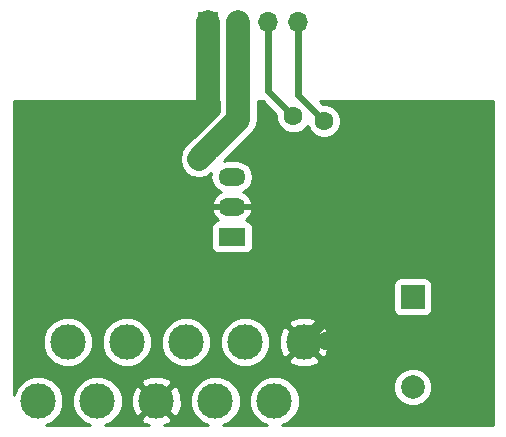
<source format=gbr>
%TF.GenerationSoftware,KiCad,Pcbnew,no-vcs-found-ad9916e~61~ubuntu16.04.1*%
%TF.CreationDate,2017-11-07T22:17:39+02:00*%
%TF.ProjectId,scanner,7363616E6E65722E6B696361645F7063,rev?*%
%TF.SameCoordinates,Original*%
%TF.FileFunction,Copper,L2,Bot,Signal*%
%TF.FilePolarity,Positive*%
%FSLAX46Y46*%
G04 Gerber Fmt 4.6, Leading zero omitted, Abs format (unit mm)*
G04 Created by KiCad (PCBNEW no-vcs-found-ad9916e~61~ubuntu16.04.1) date Tue Nov  7 22:17:39 2017*
%MOMM*%
%LPD*%
G01*
G04 APERTURE LIST*
%TA.AperFunction,ComponentPad*%
%ADD10C,2.000000*%
%TD*%
%TA.AperFunction,ComponentPad*%
%ADD11R,2.000000X2.000000*%
%TD*%
%TA.AperFunction,ComponentPad*%
%ADD12O,1.700000X1.700000*%
%TD*%
%TA.AperFunction,ComponentPad*%
%ADD13R,1.700000X1.700000*%
%TD*%
%TA.AperFunction,ComponentPad*%
%ADD14C,3.000000*%
%TD*%
%TA.AperFunction,ComponentPad*%
%ADD15O,2.300000X1.500000*%
%TD*%
%TA.AperFunction,ComponentPad*%
%ADD16R,2.300000X1.500000*%
%TD*%
%TA.AperFunction,ViaPad*%
%ADD17C,1.600000*%
%TD*%
%TA.AperFunction,Conductor*%
%ADD18C,2.000000*%
%TD*%
%TA.AperFunction,Conductor*%
%ADD19C,1.000000*%
%TD*%
%TA.AperFunction,Conductor*%
%ADD20C,0.600000*%
%TD*%
%TA.AperFunction,Conductor*%
%ADD21C,0.800000*%
%TD*%
%TA.AperFunction,Conductor*%
%ADD22C,0.254000*%
%TD*%
G04 APERTURE END LIST*
D10*
%TO.P,BZ1,2*%
%TO.N,Net-(BZ1-Pad2)*%
X112500000Y-141310000D03*
D11*
%TO.P,BZ1,1*%
%TO.N,VCC*%
X112500000Y-133690000D03*
%TD*%
D12*
%TO.P,J2,4*%
%TO.N,/RXD*%
X102810000Y-110400000D03*
%TO.P,J2,3*%
%TO.N,/TXD*%
X100270000Y-110400000D03*
%TO.P,J2,2*%
%TO.N,+3V3*%
X97730000Y-110400000D03*
D13*
%TO.P,J2,1*%
%TO.N,GND*%
X95190000Y-110400000D03*
%TD*%
D14*
%TO.P,J1,1*%
%TO.N,GND*%
X103300000Y-137500000D03*
%TO.P,J1,2*%
%TO.N,Net-(J1-Pad2)*%
X100800000Y-142500000D03*
%TO.P,J1,3*%
%TO.N,VCC*%
X98300000Y-137500000D03*
%TO.P,J1,4*%
X95800000Y-142500000D03*
%TO.P,J1,5*%
%TO.N,/SWITCH*%
X93300000Y-137500000D03*
%TO.P,J1,6*%
%TO.N,GND*%
X90800000Y-142500000D03*
%TO.P,J1,7*%
%TO.N,Net-(J1-Pad7)*%
X88300000Y-137500000D03*
%TO.P,J1,8*%
%TO.N,Net-(J1-Pad8)*%
X85800000Y-142500000D03*
%TO.P,J1,9*%
%TO.N,Net-(J1-Pad9)*%
X83300000Y-137500000D03*
%TO.P,J1,10*%
%TO.N,Net-(J1-Pad10)*%
X80800000Y-142500000D03*
%TD*%
D15*
%TO.P,U1,3*%
%TO.N,+3V3*%
X97200000Y-123520000D03*
%TO.P,U1,2*%
%TO.N,GND*%
X97200000Y-126060000D03*
D16*
%TO.P,U1,1*%
%TO.N,VCC*%
X97200000Y-128600000D03*
%TD*%
D17*
%TO.N,+3V3*%
X94399996Y-122000000D03*
%TO.N,GND*%
X105200000Y-137400000D03*
X105200000Y-140200000D03*
X105200000Y-134800000D03*
X94200000Y-126800000D03*
X92200000Y-128400000D03*
X91999996Y-120600000D03*
X107800000Y-131000000D03*
X82750000Y-118500000D03*
X86750000Y-118250000D03*
X91500000Y-123250000D03*
X88000000Y-131500000D03*
%TO.N,/TXD*%
X102400000Y-118400000D03*
%TO.N,/RXD*%
X105000000Y-118800000D03*
%TD*%
D18*
%TO.N,+3V3*%
X95199995Y-121200001D02*
X94399996Y-122000000D01*
X97730000Y-110400000D02*
X97730000Y-118669996D01*
X97730000Y-118669996D02*
X95199995Y-121200001D01*
D19*
%TO.N,GND*%
X104068630Y-137400000D02*
X105200000Y-137400000D01*
X103300000Y-137500000D02*
X103400000Y-137400000D01*
X103400000Y-137400000D02*
X104068630Y-137400000D01*
X105200000Y-135600000D02*
X105200000Y-134800000D01*
X103300000Y-137500000D02*
X105200000Y-135600000D01*
D18*
X95190000Y-110400000D02*
X95190000Y-117409996D01*
X95190000Y-117409996D02*
X92799995Y-119800001D01*
X92799995Y-119800001D02*
X91999996Y-120600000D01*
D20*
%TO.N,/TXD*%
X100270000Y-110400000D02*
X100270000Y-116270000D01*
X100270000Y-116270000D02*
X101600001Y-117600001D01*
X101600001Y-117600001D02*
X102400000Y-118400000D01*
%TO.N,/RXD*%
X102810000Y-116610000D02*
X104200001Y-118000001D01*
X102810000Y-110400000D02*
X102810000Y-116610000D01*
X104200001Y-118000001D02*
X105000000Y-118800000D01*
D21*
%TO.N,Net-(J1-Pad9)*%
X83750000Y-137050000D02*
X83300000Y-137500000D01*
%TO.N,Net-(J1-Pad10)*%
X80750000Y-142450000D02*
X80800000Y-142500000D01*
%TD*%
D22*
%TO.N,GND*%
G36*
X96095000Y-117992757D02*
X94043875Y-120043881D01*
X94043873Y-120043884D01*
X93243876Y-120843880D01*
X92889453Y-121374312D01*
X92764995Y-122000000D01*
X92889453Y-122625688D01*
X93243876Y-123156120D01*
X93774308Y-123510543D01*
X94399996Y-123635001D01*
X95025684Y-123510543D01*
X95436514Y-123236035D01*
X95380030Y-123520000D01*
X95485457Y-124050017D01*
X95785687Y-124499343D01*
X96235013Y-124799573D01*
X96245267Y-124801613D01*
X96152651Y-124829028D01*
X95730855Y-125170460D01*
X95471827Y-125647316D01*
X95457682Y-125718815D01*
X95580344Y-125933000D01*
X97073000Y-125933000D01*
X97073000Y-125913000D01*
X97327000Y-125913000D01*
X97327000Y-125933000D01*
X98819656Y-125933000D01*
X98942318Y-125718815D01*
X98928173Y-125647316D01*
X98669145Y-125170460D01*
X98247349Y-124829028D01*
X98154733Y-124801613D01*
X98164987Y-124799573D01*
X98614313Y-124499343D01*
X98914543Y-124050017D01*
X99019970Y-123520000D01*
X98914543Y-122989983D01*
X98614313Y-122540657D01*
X98164987Y-122240427D01*
X97634970Y-122135000D01*
X96765030Y-122135000D01*
X96530606Y-122181630D01*
X98886117Y-119826118D01*
X98886120Y-119826116D01*
X99240543Y-119295683D01*
X99365000Y-118669996D01*
X99365000Y-117127000D01*
X99804710Y-117127000D01*
X100965098Y-118287388D01*
X100964752Y-118684187D01*
X101182757Y-119211800D01*
X101586077Y-119615824D01*
X102113309Y-119834750D01*
X102684187Y-119835248D01*
X103211800Y-119617243D01*
X103615824Y-119213923D01*
X103617094Y-119210864D01*
X103782757Y-119611800D01*
X104186077Y-120015824D01*
X104713309Y-120234750D01*
X105284187Y-120235248D01*
X105811800Y-120017243D01*
X106215824Y-119613923D01*
X106434750Y-119086691D01*
X106435248Y-118515813D01*
X106217243Y-117988200D01*
X105813923Y-117584176D01*
X105286691Y-117365250D01*
X104887192Y-117364902D01*
X104649290Y-117127000D01*
X119290000Y-117127000D01*
X119290000Y-144540000D01*
X101453627Y-144540000D01*
X102007800Y-144311020D01*
X102608909Y-143710959D01*
X102934628Y-142926541D01*
X102935370Y-142077185D01*
X102752165Y-141633795D01*
X110864716Y-141633795D01*
X111113106Y-142234943D01*
X111572637Y-142695278D01*
X112173352Y-142944716D01*
X112823795Y-142945284D01*
X113424943Y-142696894D01*
X113885278Y-142237363D01*
X114134716Y-141636648D01*
X114135284Y-140986205D01*
X113886894Y-140385057D01*
X113427363Y-139924722D01*
X112826648Y-139675284D01*
X112176205Y-139674716D01*
X111575057Y-139923106D01*
X111114722Y-140382637D01*
X110865284Y-140983352D01*
X110864716Y-141633795D01*
X102752165Y-141633795D01*
X102611020Y-141292200D01*
X102010959Y-140691091D01*
X101226541Y-140365372D01*
X100377185Y-140364630D01*
X99592200Y-140688980D01*
X98991091Y-141289041D01*
X98665372Y-142073459D01*
X98664630Y-142922815D01*
X98988980Y-143707800D01*
X99589041Y-144308909D01*
X100145570Y-144540000D01*
X96453627Y-144540000D01*
X97007800Y-144311020D01*
X97608909Y-143710959D01*
X97934628Y-142926541D01*
X97935370Y-142077185D01*
X97611020Y-141292200D01*
X97010959Y-140691091D01*
X96226541Y-140365372D01*
X95377185Y-140364630D01*
X94592200Y-140688980D01*
X93991091Y-141289041D01*
X93665372Y-142073459D01*
X93664630Y-142922815D01*
X93988980Y-143707800D01*
X94589041Y-144308909D01*
X95145570Y-144540000D01*
X91474209Y-144540000D01*
X91974582Y-144332739D01*
X92134365Y-144013970D01*
X90800000Y-142679605D01*
X89465635Y-144013970D01*
X89625418Y-144332739D01*
X90154141Y-144540000D01*
X86453627Y-144540000D01*
X87007800Y-144311020D01*
X87608909Y-143710959D01*
X87934628Y-142926541D01*
X87935335Y-142116187D01*
X88657277Y-142116187D01*
X88673503Y-142965387D01*
X88967261Y-143674582D01*
X89286030Y-143834365D01*
X90620395Y-142500000D01*
X90979605Y-142500000D01*
X92313970Y-143834365D01*
X92632739Y-143674582D01*
X92942723Y-142883813D01*
X92926497Y-142034613D01*
X92632739Y-141325418D01*
X92313970Y-141165635D01*
X90979605Y-142500000D01*
X90620395Y-142500000D01*
X89286030Y-141165635D01*
X88967261Y-141325418D01*
X88657277Y-142116187D01*
X87935335Y-142116187D01*
X87935370Y-142077185D01*
X87611020Y-141292200D01*
X87305384Y-140986030D01*
X89465635Y-140986030D01*
X90800000Y-142320395D01*
X92134365Y-140986030D01*
X91974582Y-140667261D01*
X91183813Y-140357277D01*
X90334613Y-140373503D01*
X89625418Y-140667261D01*
X89465635Y-140986030D01*
X87305384Y-140986030D01*
X87010959Y-140691091D01*
X86226541Y-140365372D01*
X85377185Y-140364630D01*
X84592200Y-140688980D01*
X83991091Y-141289041D01*
X83665372Y-142073459D01*
X83664630Y-142922815D01*
X83988980Y-143707800D01*
X84589041Y-144308909D01*
X85145570Y-144540000D01*
X81453627Y-144540000D01*
X82007800Y-144311020D01*
X82608909Y-143710959D01*
X82934628Y-142926541D01*
X82935370Y-142077185D01*
X82611020Y-141292200D01*
X82010959Y-140691091D01*
X81226541Y-140365372D01*
X80377185Y-140364630D01*
X79592200Y-140688980D01*
X78991091Y-141289041D01*
X78710000Y-141965983D01*
X78710000Y-137922815D01*
X81164630Y-137922815D01*
X81488980Y-138707800D01*
X82089041Y-139308909D01*
X82873459Y-139634628D01*
X83722815Y-139635370D01*
X84507800Y-139311020D01*
X85108909Y-138710959D01*
X85434628Y-137926541D01*
X85434631Y-137922815D01*
X86164630Y-137922815D01*
X86488980Y-138707800D01*
X87089041Y-139308909D01*
X87873459Y-139634628D01*
X88722815Y-139635370D01*
X89507800Y-139311020D01*
X90108909Y-138710959D01*
X90434628Y-137926541D01*
X90434631Y-137922815D01*
X91164630Y-137922815D01*
X91488980Y-138707800D01*
X92089041Y-139308909D01*
X92873459Y-139634628D01*
X93722815Y-139635370D01*
X94507800Y-139311020D01*
X95108909Y-138710959D01*
X95434628Y-137926541D01*
X95434631Y-137922815D01*
X96164630Y-137922815D01*
X96488980Y-138707800D01*
X97089041Y-139308909D01*
X97873459Y-139634628D01*
X98722815Y-139635370D01*
X99507800Y-139311020D01*
X99805368Y-139013970D01*
X101965635Y-139013970D01*
X102125418Y-139332739D01*
X102916187Y-139642723D01*
X103765387Y-139626497D01*
X104474582Y-139332739D01*
X104634365Y-139013970D01*
X103300000Y-137679605D01*
X101965635Y-139013970D01*
X99805368Y-139013970D01*
X100108909Y-138710959D01*
X100434628Y-137926541D01*
X100435335Y-137116187D01*
X101157277Y-137116187D01*
X101173503Y-137965387D01*
X101467261Y-138674582D01*
X101786030Y-138834365D01*
X103120395Y-137500000D01*
X103479605Y-137500000D01*
X104813970Y-138834365D01*
X105132739Y-138674582D01*
X105442723Y-137883813D01*
X105426497Y-137034613D01*
X105132739Y-136325418D01*
X104813970Y-136165635D01*
X103479605Y-137500000D01*
X103120395Y-137500000D01*
X101786030Y-136165635D01*
X101467261Y-136325418D01*
X101157277Y-137116187D01*
X100435335Y-137116187D01*
X100435370Y-137077185D01*
X100111020Y-136292200D01*
X99805384Y-135986030D01*
X101965635Y-135986030D01*
X103300000Y-137320395D01*
X104634365Y-135986030D01*
X104474582Y-135667261D01*
X103683813Y-135357277D01*
X102834613Y-135373503D01*
X102125418Y-135667261D01*
X101965635Y-135986030D01*
X99805384Y-135986030D01*
X99510959Y-135691091D01*
X98726541Y-135365372D01*
X97877185Y-135364630D01*
X97092200Y-135688980D01*
X96491091Y-136289041D01*
X96165372Y-137073459D01*
X96164630Y-137922815D01*
X95434631Y-137922815D01*
X95435370Y-137077185D01*
X95111020Y-136292200D01*
X94510959Y-135691091D01*
X93726541Y-135365372D01*
X92877185Y-135364630D01*
X92092200Y-135688980D01*
X91491091Y-136289041D01*
X91165372Y-137073459D01*
X91164630Y-137922815D01*
X90434631Y-137922815D01*
X90435370Y-137077185D01*
X90111020Y-136292200D01*
X89510959Y-135691091D01*
X88726541Y-135365372D01*
X87877185Y-135364630D01*
X87092200Y-135688980D01*
X86491091Y-136289041D01*
X86165372Y-137073459D01*
X86164630Y-137922815D01*
X85434631Y-137922815D01*
X85435370Y-137077185D01*
X85111020Y-136292200D01*
X84510959Y-135691091D01*
X83726541Y-135365372D01*
X82877185Y-135364630D01*
X82092200Y-135688980D01*
X81491091Y-136289041D01*
X81165372Y-137073459D01*
X81164630Y-137922815D01*
X78710000Y-137922815D01*
X78710000Y-132690000D01*
X110852560Y-132690000D01*
X110852560Y-134690000D01*
X110901843Y-134937765D01*
X111042191Y-135147809D01*
X111252235Y-135288157D01*
X111500000Y-135337440D01*
X113500000Y-135337440D01*
X113747765Y-135288157D01*
X113957809Y-135147809D01*
X114098157Y-134937765D01*
X114147440Y-134690000D01*
X114147440Y-132690000D01*
X114098157Y-132442235D01*
X113957809Y-132232191D01*
X113747765Y-132091843D01*
X113500000Y-132042560D01*
X111500000Y-132042560D01*
X111252235Y-132091843D01*
X111042191Y-132232191D01*
X110901843Y-132442235D01*
X110852560Y-132690000D01*
X78710000Y-132690000D01*
X78710000Y-127850000D01*
X95402560Y-127850000D01*
X95402560Y-129350000D01*
X95451843Y-129597765D01*
X95592191Y-129807809D01*
X95802235Y-129948157D01*
X96050000Y-129997440D01*
X98350000Y-129997440D01*
X98597765Y-129948157D01*
X98807809Y-129807809D01*
X98948157Y-129597765D01*
X98997440Y-129350000D01*
X98997440Y-127850000D01*
X98948157Y-127602235D01*
X98807809Y-127392191D01*
X98597765Y-127251843D01*
X98355275Y-127203609D01*
X98669145Y-126949540D01*
X98928173Y-126472684D01*
X98942318Y-126401185D01*
X98819656Y-126187000D01*
X97327000Y-126187000D01*
X97327000Y-126207000D01*
X97073000Y-126207000D01*
X97073000Y-126187000D01*
X95580344Y-126187000D01*
X95457682Y-126401185D01*
X95471827Y-126472684D01*
X95730855Y-126949540D01*
X96044725Y-127203609D01*
X95802235Y-127251843D01*
X95592191Y-127392191D01*
X95451843Y-127602235D01*
X95402560Y-127850000D01*
X78710000Y-127850000D01*
X78710000Y-117127000D01*
X96095000Y-117127000D01*
X96095000Y-117992757D01*
X96095000Y-117992757D01*
G37*
X96095000Y-117992757D02*
X94043875Y-120043881D01*
X94043873Y-120043884D01*
X93243876Y-120843880D01*
X92889453Y-121374312D01*
X92764995Y-122000000D01*
X92889453Y-122625688D01*
X93243876Y-123156120D01*
X93774308Y-123510543D01*
X94399996Y-123635001D01*
X95025684Y-123510543D01*
X95436514Y-123236035D01*
X95380030Y-123520000D01*
X95485457Y-124050017D01*
X95785687Y-124499343D01*
X96235013Y-124799573D01*
X96245267Y-124801613D01*
X96152651Y-124829028D01*
X95730855Y-125170460D01*
X95471827Y-125647316D01*
X95457682Y-125718815D01*
X95580344Y-125933000D01*
X97073000Y-125933000D01*
X97073000Y-125913000D01*
X97327000Y-125913000D01*
X97327000Y-125933000D01*
X98819656Y-125933000D01*
X98942318Y-125718815D01*
X98928173Y-125647316D01*
X98669145Y-125170460D01*
X98247349Y-124829028D01*
X98154733Y-124801613D01*
X98164987Y-124799573D01*
X98614313Y-124499343D01*
X98914543Y-124050017D01*
X99019970Y-123520000D01*
X98914543Y-122989983D01*
X98614313Y-122540657D01*
X98164987Y-122240427D01*
X97634970Y-122135000D01*
X96765030Y-122135000D01*
X96530606Y-122181630D01*
X98886117Y-119826118D01*
X98886120Y-119826116D01*
X99240543Y-119295683D01*
X99365000Y-118669996D01*
X99365000Y-117127000D01*
X99804710Y-117127000D01*
X100965098Y-118287388D01*
X100964752Y-118684187D01*
X101182757Y-119211800D01*
X101586077Y-119615824D01*
X102113309Y-119834750D01*
X102684187Y-119835248D01*
X103211800Y-119617243D01*
X103615824Y-119213923D01*
X103617094Y-119210864D01*
X103782757Y-119611800D01*
X104186077Y-120015824D01*
X104713309Y-120234750D01*
X105284187Y-120235248D01*
X105811800Y-120017243D01*
X106215824Y-119613923D01*
X106434750Y-119086691D01*
X106435248Y-118515813D01*
X106217243Y-117988200D01*
X105813923Y-117584176D01*
X105286691Y-117365250D01*
X104887192Y-117364902D01*
X104649290Y-117127000D01*
X119290000Y-117127000D01*
X119290000Y-144540000D01*
X101453627Y-144540000D01*
X102007800Y-144311020D01*
X102608909Y-143710959D01*
X102934628Y-142926541D01*
X102935370Y-142077185D01*
X102752165Y-141633795D01*
X110864716Y-141633795D01*
X111113106Y-142234943D01*
X111572637Y-142695278D01*
X112173352Y-142944716D01*
X112823795Y-142945284D01*
X113424943Y-142696894D01*
X113885278Y-142237363D01*
X114134716Y-141636648D01*
X114135284Y-140986205D01*
X113886894Y-140385057D01*
X113427363Y-139924722D01*
X112826648Y-139675284D01*
X112176205Y-139674716D01*
X111575057Y-139923106D01*
X111114722Y-140382637D01*
X110865284Y-140983352D01*
X110864716Y-141633795D01*
X102752165Y-141633795D01*
X102611020Y-141292200D01*
X102010959Y-140691091D01*
X101226541Y-140365372D01*
X100377185Y-140364630D01*
X99592200Y-140688980D01*
X98991091Y-141289041D01*
X98665372Y-142073459D01*
X98664630Y-142922815D01*
X98988980Y-143707800D01*
X99589041Y-144308909D01*
X100145570Y-144540000D01*
X96453627Y-144540000D01*
X97007800Y-144311020D01*
X97608909Y-143710959D01*
X97934628Y-142926541D01*
X97935370Y-142077185D01*
X97611020Y-141292200D01*
X97010959Y-140691091D01*
X96226541Y-140365372D01*
X95377185Y-140364630D01*
X94592200Y-140688980D01*
X93991091Y-141289041D01*
X93665372Y-142073459D01*
X93664630Y-142922815D01*
X93988980Y-143707800D01*
X94589041Y-144308909D01*
X95145570Y-144540000D01*
X91474209Y-144540000D01*
X91974582Y-144332739D01*
X92134365Y-144013970D01*
X90800000Y-142679605D01*
X89465635Y-144013970D01*
X89625418Y-144332739D01*
X90154141Y-144540000D01*
X86453627Y-144540000D01*
X87007800Y-144311020D01*
X87608909Y-143710959D01*
X87934628Y-142926541D01*
X87935335Y-142116187D01*
X88657277Y-142116187D01*
X88673503Y-142965387D01*
X88967261Y-143674582D01*
X89286030Y-143834365D01*
X90620395Y-142500000D01*
X90979605Y-142500000D01*
X92313970Y-143834365D01*
X92632739Y-143674582D01*
X92942723Y-142883813D01*
X92926497Y-142034613D01*
X92632739Y-141325418D01*
X92313970Y-141165635D01*
X90979605Y-142500000D01*
X90620395Y-142500000D01*
X89286030Y-141165635D01*
X88967261Y-141325418D01*
X88657277Y-142116187D01*
X87935335Y-142116187D01*
X87935370Y-142077185D01*
X87611020Y-141292200D01*
X87305384Y-140986030D01*
X89465635Y-140986030D01*
X90800000Y-142320395D01*
X92134365Y-140986030D01*
X91974582Y-140667261D01*
X91183813Y-140357277D01*
X90334613Y-140373503D01*
X89625418Y-140667261D01*
X89465635Y-140986030D01*
X87305384Y-140986030D01*
X87010959Y-140691091D01*
X86226541Y-140365372D01*
X85377185Y-140364630D01*
X84592200Y-140688980D01*
X83991091Y-141289041D01*
X83665372Y-142073459D01*
X83664630Y-142922815D01*
X83988980Y-143707800D01*
X84589041Y-144308909D01*
X85145570Y-144540000D01*
X81453627Y-144540000D01*
X82007800Y-144311020D01*
X82608909Y-143710959D01*
X82934628Y-142926541D01*
X82935370Y-142077185D01*
X82611020Y-141292200D01*
X82010959Y-140691091D01*
X81226541Y-140365372D01*
X80377185Y-140364630D01*
X79592200Y-140688980D01*
X78991091Y-141289041D01*
X78710000Y-141965983D01*
X78710000Y-137922815D01*
X81164630Y-137922815D01*
X81488980Y-138707800D01*
X82089041Y-139308909D01*
X82873459Y-139634628D01*
X83722815Y-139635370D01*
X84507800Y-139311020D01*
X85108909Y-138710959D01*
X85434628Y-137926541D01*
X85434631Y-137922815D01*
X86164630Y-137922815D01*
X86488980Y-138707800D01*
X87089041Y-139308909D01*
X87873459Y-139634628D01*
X88722815Y-139635370D01*
X89507800Y-139311020D01*
X90108909Y-138710959D01*
X90434628Y-137926541D01*
X90434631Y-137922815D01*
X91164630Y-137922815D01*
X91488980Y-138707800D01*
X92089041Y-139308909D01*
X92873459Y-139634628D01*
X93722815Y-139635370D01*
X94507800Y-139311020D01*
X95108909Y-138710959D01*
X95434628Y-137926541D01*
X95434631Y-137922815D01*
X96164630Y-137922815D01*
X96488980Y-138707800D01*
X97089041Y-139308909D01*
X97873459Y-139634628D01*
X98722815Y-139635370D01*
X99507800Y-139311020D01*
X99805368Y-139013970D01*
X101965635Y-139013970D01*
X102125418Y-139332739D01*
X102916187Y-139642723D01*
X103765387Y-139626497D01*
X104474582Y-139332739D01*
X104634365Y-139013970D01*
X103300000Y-137679605D01*
X101965635Y-139013970D01*
X99805368Y-139013970D01*
X100108909Y-138710959D01*
X100434628Y-137926541D01*
X100435335Y-137116187D01*
X101157277Y-137116187D01*
X101173503Y-137965387D01*
X101467261Y-138674582D01*
X101786030Y-138834365D01*
X103120395Y-137500000D01*
X103479605Y-137500000D01*
X104813970Y-138834365D01*
X105132739Y-138674582D01*
X105442723Y-137883813D01*
X105426497Y-137034613D01*
X105132739Y-136325418D01*
X104813970Y-136165635D01*
X103479605Y-137500000D01*
X103120395Y-137500000D01*
X101786030Y-136165635D01*
X101467261Y-136325418D01*
X101157277Y-137116187D01*
X100435335Y-137116187D01*
X100435370Y-137077185D01*
X100111020Y-136292200D01*
X99805384Y-135986030D01*
X101965635Y-135986030D01*
X103300000Y-137320395D01*
X104634365Y-135986030D01*
X104474582Y-135667261D01*
X103683813Y-135357277D01*
X102834613Y-135373503D01*
X102125418Y-135667261D01*
X101965635Y-135986030D01*
X99805384Y-135986030D01*
X99510959Y-135691091D01*
X98726541Y-135365372D01*
X97877185Y-135364630D01*
X97092200Y-135688980D01*
X96491091Y-136289041D01*
X96165372Y-137073459D01*
X96164630Y-137922815D01*
X95434631Y-137922815D01*
X95435370Y-137077185D01*
X95111020Y-136292200D01*
X94510959Y-135691091D01*
X93726541Y-135365372D01*
X92877185Y-135364630D01*
X92092200Y-135688980D01*
X91491091Y-136289041D01*
X91165372Y-137073459D01*
X91164630Y-137922815D01*
X90434631Y-137922815D01*
X90435370Y-137077185D01*
X90111020Y-136292200D01*
X89510959Y-135691091D01*
X88726541Y-135365372D01*
X87877185Y-135364630D01*
X87092200Y-135688980D01*
X86491091Y-136289041D01*
X86165372Y-137073459D01*
X86164630Y-137922815D01*
X85434631Y-137922815D01*
X85435370Y-137077185D01*
X85111020Y-136292200D01*
X84510959Y-135691091D01*
X83726541Y-135365372D01*
X82877185Y-135364630D01*
X82092200Y-135688980D01*
X81491091Y-136289041D01*
X81165372Y-137073459D01*
X81164630Y-137922815D01*
X78710000Y-137922815D01*
X78710000Y-132690000D01*
X110852560Y-132690000D01*
X110852560Y-134690000D01*
X110901843Y-134937765D01*
X111042191Y-135147809D01*
X111252235Y-135288157D01*
X111500000Y-135337440D01*
X113500000Y-135337440D01*
X113747765Y-135288157D01*
X113957809Y-135147809D01*
X114098157Y-134937765D01*
X114147440Y-134690000D01*
X114147440Y-132690000D01*
X114098157Y-132442235D01*
X113957809Y-132232191D01*
X113747765Y-132091843D01*
X113500000Y-132042560D01*
X111500000Y-132042560D01*
X111252235Y-132091843D01*
X111042191Y-132232191D01*
X110901843Y-132442235D01*
X110852560Y-132690000D01*
X78710000Y-132690000D01*
X78710000Y-127850000D01*
X95402560Y-127850000D01*
X95402560Y-129350000D01*
X95451843Y-129597765D01*
X95592191Y-129807809D01*
X95802235Y-129948157D01*
X96050000Y-129997440D01*
X98350000Y-129997440D01*
X98597765Y-129948157D01*
X98807809Y-129807809D01*
X98948157Y-129597765D01*
X98997440Y-129350000D01*
X98997440Y-127850000D01*
X98948157Y-127602235D01*
X98807809Y-127392191D01*
X98597765Y-127251843D01*
X98355275Y-127203609D01*
X98669145Y-126949540D01*
X98928173Y-126472684D01*
X98942318Y-126401185D01*
X98819656Y-126187000D01*
X97327000Y-126187000D01*
X97327000Y-126207000D01*
X97073000Y-126207000D01*
X97073000Y-126187000D01*
X95580344Y-126187000D01*
X95457682Y-126401185D01*
X95471827Y-126472684D01*
X95730855Y-126949540D01*
X96044725Y-127203609D01*
X95802235Y-127251843D01*
X95592191Y-127392191D01*
X95451843Y-127602235D01*
X95402560Y-127850000D01*
X78710000Y-127850000D01*
X78710000Y-117127000D01*
X96095000Y-117127000D01*
X96095000Y-117992757D01*
%TD*%
M02*

</source>
